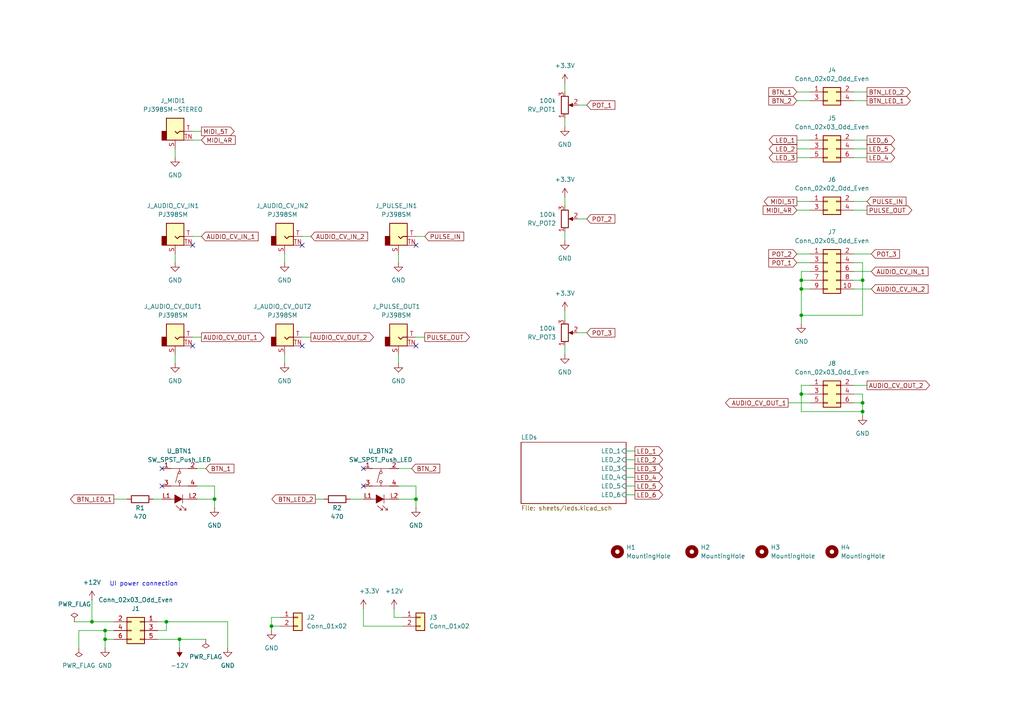
<source format=kicad_sch>
(kicad_sch (version 20250114) (generator "eeschema") (generator_version "9.0")
  (paper "A4")
  (title_block (title "Hog Moduleur Sidechain Mixer UI") (date "2025-07-06") (rev "v0.1") (company "Shmøergh"))
  (lib_symbols
    (symbol "Connector_Generic:Conn_01x02" (pin_names (offset 1.016) (hide yes))
      (property "Reference" "J" (at 0 2.54 0))
      (property "Value" "Conn_01x02" (at 0 -5.08 0))
      (symbol "Conn_01x02_1_1"
        (rectangle (start -1.27 1.27) (end 1.27 -3.81) (stroke (width 0.254)) (fill (type background)))
        (rectangle (start -1.27 0.127) (end 0 -0.127) (stroke (width 0.1524)))
        (rectangle (start -1.27 -2.413) (end 0 -2.667) (stroke (width 0.1524)))
        (pin passive line (at -5.08 0 0) (length 3.81) (name "Pin_1") (number "1"))
        (pin passive line (at -5.08 -2.54 0) (length 3.81) (name "Pin_2") (number "2"))
      )
    )
    (symbol "Connector_Generic:Conn_02x02_Odd_Even" (pin_names (offset 1.016) (hide yes))
      (property "Reference" "J" (at 1.27 2.54 0))
      (property "Value" "Conn_02x02_Odd_Even" (at 1.27 -5.08 0))
      (symbol "Conn_02x02_Odd_Even_1_1"
        (rectangle (start -1.27 1.27) (end 3.81 -3.81) (stroke (width 0.254)) (fill (type background)))
        (rectangle (start -1.27 0.127) (end 0 -0.127) (stroke (width 0.1524)))
        (rectangle (start -1.27 -2.413) (end 0 -2.667) (stroke (width 0.1524)))
        (rectangle (start 3.81 0.127) (end 2.54 -0.127) (stroke (width 0.1524)))
        (rectangle (start 3.81 -2.413) (end 2.54 -2.667) (stroke (width 0.1524)))
        (pin passive line (at -5.08 0 0) (length 3.81) (name "Pin_1") (number "1"))
        (pin passive line (at -5.08 -2.54 0) (length 3.81) (name "Pin_3") (number "3"))
        (pin passive line (at 7.62 0 180) (length 3.81) (name "Pin_2") (number "2"))
        (pin passive line (at 7.62 -2.54 180) (length 3.81) (name "Pin_4") (number "4"))
      )
    )
    (symbol "Connector_Generic:Conn_02x03_Odd_Even" (pin_names (offset 1.016) (hide yes))
      (property "Reference" "J" (at 1.27 5.08 0))
      (property "Value" "Conn_02x03_Odd_Even" (at 1.27 -5.08 0))
      (symbol "Conn_02x03_Odd_Even_1_1"
        (rectangle (start -1.27 3.81) (end 3.81 -3.81) (stroke (width 0.254)) (fill (type background)))
        (rectangle (start -1.27 2.667) (end 0 2.413) (stroke (width 0.1524)))
        (rectangle (start -1.27 0.127) (end 0 -0.127) (stroke (width 0.1524)))
        (rectangle (start -1.27 -2.413) (end 0 -2.667) (stroke (width 0.1524)))
        (rectangle (start 3.81 2.667) (end 2.54 2.413) (stroke (width 0.1524)))
        (rectangle (start 3.81 0.127) (end 2.54 -0.127) (stroke (width 0.1524)))
        (rectangle (start 3.81 -2.413) (end 2.54 -2.667) (stroke (width 0.1524)))
        (pin passive line (at -5.08 2.54 0) (length 3.81) (name "Pin_1") (number "1"))
        (pin passive line (at -5.08 0 0) (length 3.81) (name "Pin_3") (number "3"))
        (pin passive line (at -5.08 -2.54 0) (length 3.81) (name "Pin_5") (number "5"))
        (pin passive line (at 7.62 2.54 180) (length 3.81) (name "Pin_2") (number "2"))
        (pin passive line (at 7.62 0 180) (length 3.81) (name "Pin_4") (number "4"))
        (pin passive line (at 7.62 -2.54 180) (length 3.81) (name "Pin_6") (number "6"))
      )
    )
    (symbol "Connector_Generic:Conn_02x05_Odd_Even" (pin_names (offset 1.016) (hide yes))
      (property "Reference" "J" (at 1.27 7.62 0))
      (property "Value" "Conn_02x05_Odd_Even" (at 1.27 -7.62 0))
      (symbol "Conn_02x05_Odd_Even_1_1"
        (rectangle (start -1.27 6.35) (end 3.81 -6.35) (stroke (width 0.254)) (fill (type background)))
        (rectangle (start -1.27 5.207) (end 0 4.953) (stroke (width 0.1524)))
        (rectangle (start -1.27 2.667) (end 0 2.413) (stroke (width 0.1524)))
        (rectangle (start -1.27 0.127) (end 0 -0.127) (stroke (width 0.1524)))
        (rectangle (start -1.27 -2.413) (end 0 -2.667) (stroke (width 0.1524)))
        (rectangle (start -1.27 -4.953) (end 0 -5.207) (stroke (width 0.1524)))
        (rectangle (start 3.81 5.207) (end 2.54 4.953) (stroke (width 0.1524)))
        (rectangle (start 3.81 2.667) (end 2.54 2.413) (stroke (width 0.1524)))
        (rectangle (start 3.81 0.127) (end 2.54 -0.127) (stroke (width 0.1524)))
        (rectangle (start 3.81 -2.413) (end 2.54 -2.667) (stroke (width 0.1524)))
        (rectangle (start 3.81 -4.953) (end 2.54 -5.207) (stroke (width 0.1524)))
        (pin passive line (at -5.08 5.08 0) (length 3.81) (name "Pin_1") (number "1"))
        (pin passive line (at -5.08 2.54 0) (length 3.81) (name "Pin_3") (number "3"))
        (pin passive line (at -5.08 0 0) (length 3.81) (name "Pin_5") (number "5"))
        (pin passive line (at -5.08 -2.54 0) (length 3.81) (name "Pin_7") (number "7"))
        (pin passive line (at -5.08 -5.08 0) (length 3.81) (name "Pin_9") (number "9"))
        (pin passive line (at 7.62 5.08 180) (length 3.81) (name "Pin_2") (number "2"))
        (pin passive line (at 7.62 2.54 180) (length 3.81) (name "Pin_4") (number "4"))
        (pin passive line (at 7.62 0 180) (length 3.81) (name "Pin_6") (number "6"))
        (pin passive line (at 7.62 -2.54 180) (length 3.81) (name "Pin_8") (number "8"))
        (pin passive line (at 7.62 -5.08 180) (length 3.81) (name "Pin_10") (number "10"))
      )
    )
    (symbol "Device:R" (pin_numbers (hide yes)) (pin_names (offset 0))
      (property "Reference" "R" (at 2.032 0 90))
      (property "Value" "R" (at 0 0 90))
      (symbol "R_0_1"
        (rectangle (start -1.016 -2.54) (end 1.016 2.54) (stroke (width 0.254)))
      )
      (symbol "R_1_1"
        (pin passive line (at 0 3.81 270) (length 1.27) (name "~") (number "1"))
        (pin passive line (at 0 -3.81 90) (length 1.27) (name "~") (number "2"))
      )
    )
    (symbol "Device:R_Potentiometer" (pin_names (offset 1.016) (hide yes))
      (property "Reference" "RV" (at -4.445 0 90))
      (property "Value" "R_Potentiometer" (at -2.54 0 90))
      (symbol "R_Potentiometer_0_1"
        (rectangle (start 1.016 2.54) (end -1.016 -2.54) (stroke (width 0.254)))
        (polyline (pts (xy 1.143 0) (xy 2.286 0.508) (xy 2.286 -0.508) (xy 1.143 0)) (fill (type outline)))
        (polyline (pts (xy 2.54 0) (xy 1.524 0)))
      )
      (symbol "R_Potentiometer_1_1"
        (pin passive line (at 0 3.81 270) (length 1.27) (name "1") (number "1"))
        (pin passive line (at 0 -3.81 90) (length 1.27) (name "3") (number "3"))
        (pin passive line (at 3.81 0 180) (length 1.27) (name "2") (number "2"))
      )
    )
    (symbol "Mechanical:MountingHole" (pin_names (offset 1.016)) (in_bom no)
      (property "Reference" "H" (at 0 5.08 0))
      (property "Value" "MountingHole" (at 0 3.175 0))
      (symbol "MountingHole_0_1"
        (circle (center 0 0) (radius 1.27) (stroke (width 1.27)))
      )
    )
    (symbol "Shmoergh-Custom-Components:AudioJack2_Thonkiconn_S"
      (property "Reference" "J" (at 0 8.89 0))
      (property "Value" "AudioJack2_Thonkiconn" (at 0 6.35 0))
      (symbol "AudioJack2_Thonkiconn_S_0_1"
        (rectangle (start -2.54 -2.54) (end -3.81 0) (stroke (width 0.254)) (fill (type outline)))
        (polyline (pts (xy 0 0) (xy 0.635 -0.635) (xy 1.27 0) (xy 2.54 0)) (stroke (width 0.254)))
        (rectangle (start 2.54 3.81) (end -2.54 -2.54) (stroke (width 0.254)) (fill (type background)))
      )
      (symbol "AudioJack2_Thonkiconn_S_1_1"
        (pin passive line (at 0 -5.08 90) (length 2.54) (name "~") (number "S"))
        (pin bidirectional line (at 5.08 0 180) (length 2.54) (name "~") (number "T"))
        (pin passive line (at 5.08 -2.54 180) (length 2.54) (name "~") (number "TN"))
      )
    )
    (symbol "Shmoergh-Custom-Components:SW_SPST_Push_LED" (pin_names (offset 1.016))
      (property "Reference" "U" (at 0 6.35 0))
      (property "Value" "SW_SPST_Push_LED" (at 0.381 8.89 0))
      (symbol "SW_SPST_Push_LED_0_1"
        (rectangle (start -2.54 2.54) (end 2.54 2.54))
        (rectangle (start -2.54 -2.54) (end 2.54 -2.54))
        (polyline (pts (xy -1.397 -7.493) (xy -1.397 -5.08) (xy 0.762 -6.35) (xy -1.397 -7.493)) (fill (type outline)))
        (polyline (pts (xy -1.016 -8.255) (xy 0.508 -9.525) (xy -0.127 -9.525)))
        (polyline (pts (xy -0.381 1.397) (xy -1.143 -1.524)))
        (rectangle (start 0 2.54) (end 0 1.778))
        (circle (center 0 1.397) (radius 0.3556))
        (circle (center 0 -1.27) (radius 0.3556))
        (rectangle (start 0 -2.54) (end 0 -1.651))
        (polyline (pts (xy 0.508 -8.255) (xy 1.905 -9.525) (xy 1.27 -9.525)))
        (polyline (pts (xy 0.508 -9.525) (xy 0.381 -8.89)))
        (polyline (pts (xy 0.889 -5.08) (xy 0.889 -7.493)))
        (polyline (pts (xy 1.905 -9.525) (xy 1.778 -8.89)))
        (polyline (pts (xy 2.54 -6.35) (xy 0.889 -6.35) (xy -2.667 -6.35)))
      )
      (symbol "SW_SPST_Push_LED_1_1"
        (pin input line (at -5.08 2.54 0) (length 2.54) (name "~") (number "1"))
        (pin input line (at -5.08 -2.54 0) (length 2.54) (name "~") (number "3"))
        (pin input line (at -5.08 -6.35 0) (length 2.54) (name "~") (number "L1"))
        (pin input line (at 5.08 2.54 180) (length 2.54) (name "~") (number "2"))
        (pin input line (at 5.08 -2.54 180) (length 2.54) (name "~") (number "4"))
        (pin input line (at 5.08 -6.35 180) (length 2.54) (name "~") (number "L2"))
      )
    )
    (symbol "power:+12V" (power) (pin_numbers (hide yes)) (pin_names (offset 0) (hide yes))
      (property "Value" "+12V" (at 0 3.556 0))
      (symbol "+12V_0_1"
        (polyline (pts (xy -0.762 1.27) (xy 0 2.54)))
        (polyline (pts (xy 0 2.54) (xy 0.762 1.27)))
        (polyline (pts (xy 0 0) (xy 0 2.54)))
      )
      (symbol "+12V_1_1"
        (pin power_in line (at 0 0 90) (length 0) (name "~") (number "1"))
      )
    )
    (symbol "power:+3.3V" (power) (pin_numbers (hide yes)) (pin_names (offset 0) (hide yes))
      (property "Value" "+3.3V" (at 0 3.556 0))
      (symbol "+3.3V_0_1"
        (polyline (pts (xy -0.762 1.27) (xy 0 2.54)))
        (polyline (pts (xy 0 2.54) (xy 0.762 1.27)))
        (polyline (pts (xy 0 0) (xy 0 2.54)))
      )
      (symbol "+3.3V_1_1"
        (pin power_in line (at 0 0 90) (length 0) (name "~") (number "1"))
      )
    )
    (symbol "power:-12V" (power) (pin_numbers (hide yes)) (pin_names (offset 0) (hide yes))
      (property "Value" "-12V" (at 0 3.556 0))
      (symbol "-12V_0_0"
        (pin power_in line (at 0 0 90) (length 0) (name "~") (number "1"))
      )
      (symbol "-12V_0_1"
        (polyline (pts (xy 0 0) (xy 0 1.27) (xy 0.762 1.27) (xy 0 2.54) (xy -0.762 1.27) (xy 0 1.27)) (fill (type outline)))
      )
    )
    (symbol "power:GND" (power) (pin_numbers (hide yes)) (pin_names (offset 0) (hide yes))
      (property "Value" "GND" (at 0 -3.81 0))
      (symbol "GND_0_1"
        (polyline (pts (xy 0 0) (xy 0 -1.27) (xy 1.27 -1.27) (xy 0 -2.54) (xy -1.27 -1.27) (xy 0 -1.27)))
      )
      (symbol "GND_1_1"
        (pin power_in line (at 0 0 270) (length 0) (name "~") (number "1"))
      )
    )
    (symbol "power:PWR_FLAG" (power) (pin_numbers (hide yes)) (pin_names (offset 0) (hide yes))
      (property "Value" "PWR_FLAG" (at 0 3.81 0))
      (symbol "PWR_FLAG_0_0"
        (pin power_out line (at 0 0 90) (length 0) (name "~") (number "1"))
      )
      (symbol "PWR_FLAG_0_1"
        (polyline (pts (xy 0 0) (xy 0 1.27) (xy -1.016 1.905) (xy 0 2.54) (xy 1.016 1.905) (xy 0 1.27)))
      )
    )
  )
  (text "UI power connection" (at 31.75 170.18 0) (effects (font (size 1.27 1.27)) (justify left bottom)))
  (junction (at 250.19 81.28))
  (junction (at 250.19 119.38))
  (junction (at 232.41 81.28))
  (junction (at 78.74 181.61))
  (junction (at 250.19 116.84))
  (junction (at 30.48 182.88))
  (junction (at 232.41 114.3))
  (junction (at 52.07 185.42))
  (junction (at 48.26 180.34))
  (junction (at 120.65 144.78))
  (junction (at 26.67 180.34))
  (junction (at 62.23 144.78))
  (junction (at 30.48 185.42))
  (junction (at 232.41 91.44))
  (junction (at 232.41 83.82))
  (no_connect (at 87.63 100.33))
  (no_connect (at 46.99 140.97))
  (no_connect (at 105.41 140.97))
  (no_connect (at 120.65 71.12))
  (no_connect (at 55.88 100.33))
  (no_connect (at 105.41 135.89))
  (no_connect (at 46.99 135.89))
  (no_connect (at 120.65 100.33))
  (no_connect (at 55.88 71.12))
  (no_connect (at 87.63 71.12))
  (wire (pts (xy 247.65 73.66) (xy 252.73 73.66)))
  (wire (pts (xy 250.19 91.44) (xy 232.41 91.44)))
  (wire (pts (xy 90.17 68.58) (xy 87.63 68.58)))
  (wire (pts (xy 181.61 143.51) (xy 184.15 143.51)))
  (wire (pts (xy 163.83 34.29) (xy 163.83 36.83)))
  (wire (pts (xy 232.41 78.74) (xy 234.95 78.74)))
  (wire (pts (xy 251.46 111.76) (xy 247.65 111.76)))
  (wire (pts (xy 115.57 140.97) (xy 120.65 140.97)))
  (wire (pts (xy 52.07 187.96) (xy 52.07 185.42)))
  (wire (pts (xy 184.15 133.35) (xy 181.61 133.35)))
  (wire (pts (xy 247.65 81.28) (xy 250.19 81.28)))
  (wire (pts (xy 59.69 185.42) (xy 52.07 185.42)))
  (wire (pts (xy 250.19 114.3) (xy 250.19 116.84)))
  (wire (pts (xy 123.19 68.58) (xy 120.65 68.58)))
  (wire (pts (xy 184.15 135.89) (xy 181.61 135.89)))
  (wire (pts (xy 45.72 185.42) (xy 52.07 185.42)))
  (wire (pts (xy 234.95 81.28) (xy 232.41 81.28)))
  (wire (pts (xy 247.65 78.74) (xy 252.73 78.74)))
  (wire (pts (xy 251.46 29.21) (xy 247.65 29.21)))
  (wire (pts (xy 58.42 38.1) (xy 55.88 38.1)))
  (wire (pts (xy 170.18 30.48) (xy 167.64 30.48)))
  (wire (pts (xy 78.74 181.61) (xy 81.28 181.61)))
  (wire (pts (xy 115.57 144.78) (xy 120.65 144.78)))
  (wire (pts (xy 163.83 67.31) (xy 163.83 69.85)))
  (wire (pts (xy 252.73 83.82) (xy 247.65 83.82)))
  (wire (pts (xy 251.46 26.67) (xy 247.65 26.67)))
  (wire (pts (xy 114.3 176.53) (xy 114.3 179.07)))
  (wire (pts (xy 26.67 180.34) (xy 33.02 180.34)))
  (wire (pts (xy 232.41 93.98) (xy 232.41 91.44)))
  (wire (pts (xy 33.02 144.78) (xy 36.83 144.78)))
  (wire (pts (xy 250.19 76.2) (xy 250.19 81.28)))
  (wire (pts (xy 181.61 138.43) (xy 184.15 138.43)))
  (wire (pts (xy 232.41 119.38) (xy 250.19 119.38)))
  (wire (pts (xy 247.65 116.84) (xy 250.19 116.84)))
  (wire (pts (xy 163.83 24.13) (xy 163.83 26.67)))
  (wire (pts (xy 247.65 114.3) (xy 250.19 114.3)))
  (wire (pts (xy 250.19 119.38) (xy 250.19 120.65)))
  (wire (pts (xy 231.14 26.67) (xy 234.95 26.67)))
  (wire (pts (xy 170.18 96.52) (xy 167.64 96.52)))
  (wire (pts (xy 105.41 181.61) (xy 105.41 176.53)))
  (wire (pts (xy 251.46 58.42) (xy 247.65 58.42)))
  (wire (pts (xy 163.83 100.33) (xy 163.83 102.87)))
  (wire (pts (xy 116.84 181.61) (xy 105.41 181.61)))
  (wire (pts (xy 120.65 144.78) (xy 120.65 147.32)))
  (wire (pts (xy 251.46 40.64) (xy 247.65 40.64)))
  (wire (pts (xy 251.46 45.72) (xy 247.65 45.72)))
  (wire (pts (xy 81.28 179.07) (xy 78.74 179.07)))
  (wire (pts (xy 59.69 135.89) (xy 57.15 135.89)))
  (wire (pts (xy 232.41 111.76) (xy 232.41 114.3)))
  (wire (pts (xy 58.42 40.64) (xy 55.88 40.64)))
  (wire (pts (xy 101.6 144.78) (xy 105.41 144.78)))
  (wire (pts (xy 119.38 135.89) (xy 115.57 135.89)))
  (wire (pts (xy 120.65 140.97) (xy 120.65 144.78)))
  (wire (pts (xy 82.55 102.87) (xy 82.55 105.41)))
  (wire (pts (xy 114.3 179.07) (xy 116.84 179.07)))
  (wire (pts (xy 234.95 111.76) (xy 232.41 111.76)))
  (wire (pts (xy 163.83 57.15) (xy 163.83 59.69)))
  (wire (pts (xy 232.41 81.28) (xy 232.41 83.82)))
  (wire (pts (xy 232.41 114.3) (xy 232.41 119.38)))
  (wire (pts (xy 170.18 63.5) (xy 167.64 63.5)))
  (wire (pts (xy 78.74 179.07) (xy 78.74 181.61)))
  (wire (pts (xy 26.67 173.99) (xy 26.67 180.34)))
  (wire (pts (xy 62.23 140.97) (xy 62.23 144.78)))
  (wire (pts (xy 231.14 76.2) (xy 234.95 76.2)))
  (wire (pts (xy 48.26 180.34) (xy 45.72 180.34)))
  (wire (pts (xy 50.8 73.66) (xy 50.8 76.2)))
  (wire (pts (xy 21.59 180.34) (xy 26.67 180.34)))
  (wire (pts (xy 232.41 83.82) (xy 232.41 91.44)))
  (wire (pts (xy 115.57 73.66) (xy 115.57 76.2)))
  (wire (pts (xy 22.86 182.88) (xy 30.48 182.88)))
  (wire (pts (xy 66.04 187.96) (xy 66.04 180.34)))
  (wire (pts (xy 48.26 182.88) (xy 48.26 180.34)))
  (wire (pts (xy 231.14 43.18) (xy 234.95 43.18)))
  (wire (pts (xy 251.46 43.18) (xy 247.65 43.18)))
  (wire (pts (xy 33.02 185.42) (xy 30.48 185.42)))
  (wire (pts (xy 50.8 102.87) (xy 50.8 105.41)))
  (wire (pts (xy 231.14 29.21) (xy 234.95 29.21)))
  (wire (pts (xy 232.41 114.3) (xy 234.95 114.3)))
  (wire (pts (xy 247.65 76.2) (xy 250.19 76.2)))
  (wire (pts (xy 44.45 144.78) (xy 46.99 144.78)))
  (wire (pts (xy 50.8 43.18) (xy 50.8 45.72)))
  (wire (pts (xy 231.14 60.96) (xy 234.95 60.96)))
  (wire (pts (xy 231.14 40.64) (xy 234.95 40.64)))
  (wire (pts (xy 57.15 140.97) (xy 62.23 140.97)))
  (wire (pts (xy 90.17 97.79) (xy 87.63 97.79)))
  (wire (pts (xy 123.19 97.79) (xy 120.65 97.79)))
  (wire (pts (xy 66.04 180.34) (xy 48.26 180.34)))
  (wire (pts (xy 250.19 116.84) (xy 250.19 119.38)))
  (wire (pts (xy 184.15 130.81) (xy 181.61 130.81)))
  (wire (pts (xy 231.14 45.72) (xy 234.95 45.72)))
  (wire (pts (xy 30.48 182.88) (xy 33.02 182.88)))
  (wire (pts (xy 250.19 81.28) (xy 250.19 91.44)))
  (wire (pts (xy 232.41 78.74) (xy 232.41 81.28)))
  (wire (pts (xy 228.6 116.84) (xy 234.95 116.84)))
  (wire (pts (xy 163.83 90.17) (xy 163.83 92.71)))
  (wire (pts (xy 181.61 140.97) (xy 184.15 140.97)))
  (wire (pts (xy 30.48 185.42) (xy 30.48 182.88)))
  (wire (pts (xy 58.42 68.58) (xy 55.88 68.58)))
  (wire (pts (xy 22.86 187.96) (xy 22.86 182.88)))
  (wire (pts (xy 115.57 102.87) (xy 115.57 105.41)))
  (wire (pts (xy 251.46 60.96) (xy 247.65 60.96)))
  (wire (pts (xy 78.74 181.61) (xy 78.74 182.88)))
  (wire (pts (xy 30.48 187.96) (xy 30.48 185.42)))
  (wire (pts (xy 231.14 73.66) (xy 234.95 73.66)))
  (wire (pts (xy 91.44 144.78) (xy 93.98 144.78)))
  (wire (pts (xy 45.72 182.88) (xy 48.26 182.88)))
  (wire (pts (xy 231.14 58.42) (xy 234.95 58.42)))
  (wire (pts (xy 82.55 73.66) (xy 82.55 76.2)))
  (wire (pts (xy 232.41 83.82) (xy 234.95 83.82)))
  (wire (pts (xy 62.23 144.78) (xy 62.23 147.32)))
  (wire (pts (xy 58.42 97.79) (xy 55.88 97.79)))
  (wire (pts (xy 57.15 144.78) (xy 62.23 144.78)))
  (global_label "AUDIO_CV_IN_1" (shape input) (at 252.73 78.74 0) (property "Intersheetrefs" "${INTERSHEET_REFS}" (effects (hide yes))))
  (global_label "POT_2" (shape input) (at 170.18 63.5 0) (property "Intersheetrefs" "${INTERSHEET_REFS}" (effects (hide yes))))
  (global_label "PULSE_OUT" (shape output) (at 123.19 97.79 0) (property "Intersheetrefs" "${INTERSHEET_REFS}" (effects (hide yes))))
  (global_label "POT_3" (shape input) (at 170.18 96.52 0) (property "Intersheetrefs" "${INTERSHEET_REFS}" (effects (hide yes))))
  (global_label "LED_5" (shape output) (at 251.46 43.18 0) (property "Intersheetrefs" "${INTERSHEET_REFS}" (effects (hide yes))))
  (global_label "AUDIO_CV_OUT_1" (shape output) (at 228.6 116.84 180) (property "Intersheetrefs" "${INTERSHEET_REFS}" (effects (hide yes))))
  (global_label "LED_3" (shape output) (at 184.15 135.89 0) (property "Intersheetrefs" "${INTERSHEET_REFS}" (effects (hide yes))))
  (global_label "POT_1" (shape input) (at 231.14 76.2 180) (property "Intersheetrefs" "${INTERSHEET_REFS}" (effects (hide yes))))
  (global_label "AUDIO_CV_OUT_1" (shape output) (at 58.42 97.79 0) (property "Intersheetrefs" "${INTERSHEET_REFS}" (effects (hide yes))))
  (global_label "LED_3" (shape output) (at 231.14 45.72 180) (property "Intersheetrefs" "${INTERSHEET_REFS}" (effects (hide yes))))
  (global_label "POT_3" (shape input) (at 252.73 73.66 0) (property "Intersheetrefs" "${INTERSHEET_REFS}" (effects (hide yes))))
  (global_label "AUDIO_CV_IN_2" (shape input) (at 252.73 83.82 0) (property "Intersheetrefs" "${INTERSHEET_REFS}" (effects (hide yes))))
  (global_label "PULSE_IN" (shape input) (at 251.46 58.42 0) (property "Intersheetrefs" "${INTERSHEET_REFS}" (effects (hide yes))))
  (global_label "BTN_1" (shape input) (at 231.14 26.67 180) (property "Intersheetrefs" "${INTERSHEET_REFS}" (effects (hide yes))))
  (global_label "MIDI_5T" (shape output) (at 58.42 38.1 0) (property "Intersheetrefs" "${INTERSHEET_REFS}" (effects (hide yes))))
  (global_label "PULSE_IN" (shape input) (at 123.19 68.58 0) (property "Intersheetrefs" "${INTERSHEET_REFS}" (effects (hide yes))))
  (global_label "AUDIO_CV_IN_1" (shape input) (at 58.42 68.58 0) (property "Intersheetrefs" "${INTERSHEET_REFS}" (effects (hide yes))))
  (global_label "MIDI_4R" (shape input) (at 58.42 40.64 0) (property "Intersheetrefs" "${INTERSHEET_REFS}" (effects (hide yes))))
  (global_label "LED_6" (shape output) (at 251.46 40.64 0) (property "Intersheetrefs" "${INTERSHEET_REFS}" (effects (hide yes))))
  (global_label "BTN_LED_1" (shape output) (at 251.46 29.21 0) (property "Intersheetrefs" "${INTERSHEET_REFS}" (effects (hide yes))))
  (global_label "LED_2" (shape output) (at 184.15 133.35 0) (property "Intersheetrefs" "${INTERSHEET_REFS}" (effects (hide yes))))
  (global_label "LED_5" (shape output) (at 184.15 140.97 0) (property "Intersheetrefs" "${INTERSHEET_REFS}" (effects (hide yes))))
  (global_label "POT_2" (shape input) (at 231.14 73.66 180) (property "Intersheetrefs" "${INTERSHEET_REFS}" (effects (hide yes))))
  (global_label "BTN_1" (shape input) (at 59.69 135.89 0) (property "Intersheetrefs" "${INTERSHEET_REFS}" (effects (hide yes))))
  (global_label "PULSE_OUT" (shape output) (at 251.46 60.96 0) (property "Intersheetrefs" "${INTERSHEET_REFS}" (effects (hide yes))))
  (global_label "AUDIO_CV_OUT_2" (shape output) (at 251.46 111.76 0) (property "Intersheetrefs" "${INTERSHEET_REFS}" (effects (hide yes))))
  (global_label "AUDIO_CV_IN_2" (shape input) (at 90.17 68.58 0) (property "Intersheetrefs" "${INTERSHEET_REFS}" (effects (hide yes))))
  (global_label "LED_1" (shape output) (at 231.14 40.64 180) (property "Intersheetrefs" "${INTERSHEET_REFS}" (effects (hide yes))))
  (global_label "LED_4" (shape output) (at 251.46 45.72 0) (property "Intersheetrefs" "${INTERSHEET_REFS}" (effects (hide yes))))
  (global_label "BTN_2" (shape input) (at 231.14 29.21 180) (property "Intersheetrefs" "${INTERSHEET_REFS}" (effects (hide yes))))
  (global_label "AUDIO_CV_OUT_2" (shape output) (at 90.17 97.79 0) (property "Intersheetrefs" "${INTERSHEET_REFS}" (effects (hide yes))))
  (global_label "POT_1" (shape input) (at 170.18 30.48 0) (property "Intersheetrefs" "${INTERSHEET_REFS}" (effects (hide yes))))
  (global_label "MIDI_5T" (shape output) (at 231.14 58.42 180) (property "Intersheetrefs" "${INTERSHEET_REFS}" (effects (hide yes))))
  (global_label "BTN_LED_2" (shape output) (at 251.46 26.67 0) (property "Intersheetrefs" "${INTERSHEET_REFS}" (effects (hide yes))))
  (global_label "BTN_LED_1" (shape output) (at 33.02 144.78 180) (property "Intersheetrefs" "${INTERSHEET_REFS}" (effects (hide yes))))
  (global_label "LED_2" (shape output) (at 231.14 43.18 180) (property "Intersheetrefs" "${INTERSHEET_REFS}" (effects (hide yes))))
  (global_label "BTN_LED_2" (shape output) (at 91.44 144.78 180) (property "Intersheetrefs" "${INTERSHEET_REFS}" (effects (hide yes))))
  (global_label "LED_4" (shape output) (at 184.15 138.43 0) (property "Intersheetrefs" "${INTERSHEET_REFS}" (effects (hide yes))))
  (global_label "LED_6" (shape output) (at 184.15 143.51 0) (property "Intersheetrefs" "${INTERSHEET_REFS}" (effects (hide yes))))
  (global_label "BTN_2" (shape input) (at 119.38 135.89 0) (property "Intersheetrefs" "${INTERSHEET_REFS}" (effects (hide yes))))
  (global_label "LED_1" (shape output) (at 184.15 130.81 0) (property "Intersheetrefs" "${INTERSHEET_REFS}" (effects (hide yes))))
  (global_label "MIDI_4R" (shape input) (at 231.14 60.96 180) (property "Intersheetrefs" "${INTERSHEET_REFS}" (effects (hide yes))))
  (symbol (lib_id "power:GND") (at 250.19 120.65 0) (unit 1)
    (property "Reference" "#PWR038" (effects (hide yes)))
    (property "Value" "GND" (at 250.19 125.73 0))
    (property "Description" "Power symbol creates a global label with name \"GND\" , ground" (effects (hide yes)))
  )
  (symbol (lib_id "power:+12V") (at 26.67 173.99 0) (unit 1)
    (property "Reference" "#PWR01" (effects (hide yes)))
    (property "Value" "+12V" (at 26.67 168.91 0))
    (property "Description" "Power symbol creates a global label with name \"+12V\"" (effects (hide yes)))
  )
  (symbol (lib_id "Connector_Generic:Conn_02x02_Odd_Even") (at 240.03 26.67 0) (unit 1)
    (property "Reference" "J4" (at 241.3 20.32 0))
    (property "Value" "Conn_02x02_Odd_Even" (at 241.3 22.86 0))
    (property "Footprint" "Connector_PinSocket_2.54mm:PinSocket_2x02_P2.54mm_Vertical" (effects (hide yes)))
    (property "Description" "Generic connector, double row, 02x02, odd/even pin numbering scheme (row 1 odd numbers, row 2 even numbers), script generated (kicad-library-utils/schlib/autogen/connector/)" (effects (hide yes)))
  )
  (symbol (lib_id "power:+3.3V") (at 163.83 57.15 0) (unit 1)
    (property "Reference" "#PWR018" (effects (hide yes)))
    (property "Value" "+3.3V" (at 163.83 52.07 0))
    (property "Description" "Power symbol creates a global label with name \"+3.3V\"" (effects (hide yes)))
  )
  (symbol (lib_id "Device:R_Potentiometer") (at 163.83 96.52 0) (mirror x) (unit 1)
    (property "Reference" "RV_POT3" (at 161.29 97.7901 0) (effects (justify right)))
    (property "Value" "100k" (at 161.29 95.2501 0) (effects (justify right)))
    (property "Footprint" "Shmoergh_Custom_Footprints:Potentiometer_Bourns_Single-PTV09A" (effects (hide yes)))
    (property "Description" "Potentiometer" (effects (hide yes)))
    (property "Part URL" "https://mou.sr/4694GMU" (effects (hide yes)))
    (property "Vendor" "Mouser" (effects (hide yes)))
    (property "Part no." "652-PTV09A4025FB104" (effects (hide yes)))
  )
  (symbol (lib_id "power:GND") (at 163.83 102.87 0) (unit 1)
    (property "Reference" "#PWR021" (effects (hide yes)))
    (property "Value" "GND" (at 163.83 107.95 0))
    (property "Description" "Power symbol creates a global label with name \"GND\" , ground" (effects (hide yes)))
  )
  (symbol (lib_id "Shmoergh-Custom-Components:SW_SPST_Push_LED") (at 110.49 138.43 0) (unit 1)
    (property "Reference" "U_BTN2" (at 110.4265 130.81 0))
    (property "Value" "SW_SPST_Push_LED" (at 110.4265 133.35 0))
    (property "Footprint" "Shmoergh_Custom_Footprints:SPST_Circular_Pushbutton_LED" (effects (hide yes)))
  )
  (symbol (lib_id "Shmoergh-Custom-Components:AudioJack2_Thonkiconn_S") (at 50.8 68.58 0) (unit 1)
    (property "Reference" "J_AUDIO_CV_IN1" (at 50.165 59.69 0))
    (property "Value" "PJ398SM" (at 50.165 62.23 0))
    (property "Footprint" "Shmoergh_Custom_Footprints:Jack_3.5mm_QingPu_WQP-PJ398SM_Vertical_CircularHoles" (effects (hide yes)))
    (property "Description" "Audio Jack, 2 Poles (Mono / TS), Grounded Sleeve" (effects (hide yes)))
    (property "Part URL" "https://www.thonk.co.uk/shop/thonkiconn/" (effects (hide yes)))
    (property "Vendor" "Thonk" (effects (hide yes)))
    (property "Part no." "PJ398SM" (effects (hide yes)))
  )
  (symbol (lib_id "Shmoergh-Custom-Components:AudioJack2_Thonkiconn_S") (at 115.57 97.79 0) (unit 1)
    (property "Reference" "J_PULSE_OUT1" (at 114.935 88.9 0))
    (property "Value" "PJ398SM" (at 114.935 91.44 0))
    (property "Footprint" "Shmoergh_Custom_Footprints:Jack_3.5mm_QingPu_WQP-PJ398SM_Vertical_CircularHoles" (effects (hide yes)))
    (property "Description" "Audio Jack, 2 Poles (Mono / TS), Grounded Sleeve" (effects (hide yes)))
    (property "Part URL" "https://www.thonk.co.uk/shop/thonkiconn/" (effects (hide yes)))
    (property "Vendor" "Thonk" (effects (hide yes)))
    (property "Part no." "PJ398SM" (effects (hide yes)))
  )
  (symbol (lib_id "power:+12V") (at 114.3 176.53 0) (unit 1)
    (property "Reference" "#PWR037" (effects (hide yes)))
    (property "Value" "+12V" (at 114.3 171.45 0))
    (property "Description" "Power symbol creates a global label with name \"+12V\"" (effects (hide yes)))
  )
  (symbol (lib_id "power:-12V") (at 52.07 187.96 180) (unit 1)
    (property "Reference" "#PWR06" (effects (hide yes)))
    (property "Value" "-12V" (at 52.07 193.04 0))
    (property "Description" "Power symbol creates a global label with name \"-12V\"" (effects (hide yes)))
  )
  (symbol (lib_id "Connector_Generic:Conn_02x03_Odd_Even") (at 40.64 182.88 0) (mirror y) (unit 1)
    (property "Reference" "J1" (at 39.37 176.53 0))
    (property "Value" "Conn_02x03_Odd_Even" (at 39.37 173.99 0))
    (property "Footprint" "Connector_PinSocket_2.54mm:PinSocket_2x03_P2.54mm_Vertical" (effects (hide yes)))
    (property "Description" "Generic connector, double row, 02x03, odd/even pin numbering scheme (row 1 odd numbers, row 2 even numbers), script generated (kicad-library-utils/schlib/autogen/connector/)" (effects (hide yes)))
    (property "Part URL" "https://mou.sr/3GIDVEr" (effects (hide yes)))
    (property "Vendor" "Mouser" (effects (hide yes)))
    (property "Part no." "200-SSW10301TD" (effects (hide yes)))
  )
  (symbol (lib_id "power:GND") (at 50.8 105.41 0) (unit 1)
    (property "Reference" "#PWR05" (effects (hide yes)))
    (property "Value" "GND" (at 50.8 110.49 0))
    (property "Description" "Power symbol creates a global label with name \"GND\" , ground" (effects (hide yes)))
  )
  (symbol (lib_id "Shmoergh-Custom-Components:AudioJack2_Thonkiconn_S") (at 50.8 97.79 0) (unit 1)
    (property "Reference" "J_AUDIO_CV_OUT1" (at 50.165 88.9 0))
    (property "Value" "PJ398SM" (at 50.165 91.44 0))
    (property "Footprint" "Shmoergh_Custom_Footprints:Jack_3.5mm_QingPu_WQP-PJ398SM_Vertical_CircularHoles" (effects (hide yes)))
    (property "Description" "Audio Jack, 2 Poles (Mono / TS), Grounded Sleeve" (effects (hide yes)))
    (property "Part URL" "https://www.thonk.co.uk/shop/thonkiconn/" (effects (hide yes)))
    (property "Vendor" "Thonk" (effects (hide yes)))
    (property "Part no." "PJ398SM" (effects (hide yes)))
  )
  (symbol (lib_id "power:GND") (at 50.8 45.72 0) (unit 1)
    (property "Reference" "#PWR03" (effects (hide yes)))
    (property "Value" "GND" (at 50.8 50.8 0))
    (property "Description" "Power symbol creates a global label with name \"GND\" , ground" (effects (hide yes)))
  )
  (symbol (lib_id "Shmoergh-Custom-Components:AudioJack2_Thonkiconn_S") (at 50.8 38.1 0) (unit 1)
    (property "Reference" "J_MIDI1" (at 50.165 29.21 0))
    (property "Value" "PJ398SM-STEREO" (at 50.165 31.75 0))
    (property "Footprint" "Shmoergh_Custom_Footprints:Jack_3.5mm_QingPu_WQP-PJ398SM_Vertical_CircularHoles" (effects (hide yes)))
    (property "Description" "Audio Jack, 2 Poles (Mono / TS), Grounded Sleeve" (effects (hide yes)))
    (property "Part URL" "https://www.thonk.co.uk/shop/thonkiconn/" (effects (hide yes)))
    (property "Vendor" "Thonk" (effects (hide yes)))
    (property "Part no." "PJ398SM" (effects (hide yes)))
  )
  (symbol (lib_id "Mechanical:MountingHole") (at 200.66 160.02 0) (unit 1) (in_bom no)
    (property "Reference" "H2" (at 203.2 158.7499 0) (effects (justify left)))
    (property "Value" "MountingHole" (at 203.2 161.2899 0) (effects (justify left)))
    (property "Footprint" "MountingHole:MountingHole_3.2mm_M3_DIN965_Pad" (effects (hide yes)))
    (property "Description" "Mounting Hole without connection" (effects (hide yes)))
    (property "Vendor" "-" (effects (hide yes)))
  )
  (symbol (lib_id "power:+3.3V") (at 163.83 24.13 0) (unit 1)
    (property "Reference" "#PWR016" (effects (hide yes)))
    (property "Value" "+3.3V" (at 163.83 19.05 0))
    (property "Description" "Power symbol creates a global label with name \"+3.3V\"" (effects (hide yes)))
  )
  (symbol (lib_id "power:GND") (at 50.8 76.2 0) (unit 1)
    (property "Reference" "#PWR04" (effects (hide yes)))
    (property "Value" "GND" (at 50.8 81.28 0))
    (property "Description" "Power symbol creates a global label with name \"GND\" , ground" (effects (hide yes)))
  )
  (symbol (lib_id "power:GND") (at 163.83 69.85 0) (unit 1)
    (property "Reference" "#PWR019" (effects (hide yes)))
    (property "Value" "GND" (at 163.83 74.93 0))
    (property "Description" "Power symbol creates a global label with name \"GND\" , ground" (effects (hide yes)))
  )
  (symbol (lib_id "Mechanical:MountingHole") (at 179.07 160.02 0) (unit 1) (in_bom no)
    (property "Reference" "H1" (at 181.61 158.7499 0) (effects (justify left)))
    (property "Value" "MountingHole" (at 181.61 161.2899 0) (effects (justify left)))
    (property "Footprint" "MountingHole:MountingHole_3.2mm_M3_DIN965_Pad" (effects (hide yes)))
    (property "Description" "Mounting Hole without connection" (effects (hide yes)))
    (property "Vendor" "-" (effects (hide yes)))
  )
  (symbol (lib_id "Shmoergh-Custom-Components:SW_SPST_Push_LED") (at 52.07 138.43 0) (unit 1)
    (property "Reference" "U_BTN1" (at 52.0065 130.81 0))
    (property "Value" "SW_SPST_Push_LED" (at 52.0065 133.35 0))
    (property "Footprint" "Shmoergh_Custom_Footprints:SPST_Circular_Pushbutton_LED" (effects (hide yes)))
  )
  (symbol (lib_id "power:PWR_FLAG") (at 21.59 180.34 0) (unit 1)
    (property "Reference" "#FLG01" (effects (hide yes)))
    (property "Value" "PWR_FLAG" (at 21.59 175.26 0))
    (property "Description" "Special symbol for telling ERC where power comes from" (effects (hide yes)))
  )
  (symbol (lib_id "power:GND") (at 66.04 187.96 0) (unit 1)
    (property "Reference" "#PWR08" (effects (hide yes)))
    (property "Value" "GND" (at 66.04 193.04 0))
    (property "Description" "Power symbol creates a global label with name \"GND\" , ground" (effects (hide yes)))
  )
  (symbol (lib_id "power:GND") (at 62.23 147.32 0) (unit 1)
    (property "Reference" "#PWR07" (effects (hide yes)))
    (property "Value" "GND" (at 62.23 152.4 0))
    (property "Description" "Power symbol creates a global label with name \"GND\" , ground" (effects (hide yes)))
  )
  (symbol (lib_id "power:GND") (at 163.83 36.83 0) (unit 1)
    (property "Reference" "#PWR017" (effects (hide yes)))
    (property "Value" "GND" (at 163.83 41.91 0))
    (property "Description" "Power symbol creates a global label with name \"GND\" , ground" (effects (hide yes)))
  )
  (symbol (lib_id "power:GND") (at 82.55 105.41 0) (unit 1)
    (property "Reference" "#PWR011" (effects (hide yes)))
    (property "Value" "GND" (at 82.55 110.49 0))
    (property "Description" "Power symbol creates a global label with name \"GND\" , ground" (effects (hide yes)))
  )
  (symbol (lib_id "power:GND") (at 115.57 76.2 0) (unit 1)
    (property "Reference" "#PWR013" (effects (hide yes)))
    (property "Value" "GND" (at 115.57 81.28 0))
    (property "Description" "Power symbol creates a global label with name \"GND\" , ground" (effects (hide yes)))
  )
  (symbol (lib_id "power:+3.3V") (at 163.83 90.17 0) (unit 1)
    (property "Reference" "#PWR020" (effects (hide yes)))
    (property "Value" "+3.3V" (at 163.83 85.09 0))
    (property "Description" "Power symbol creates a global label with name \"+3.3V\"" (effects (hide yes)))
  )
  (symbol (lib_id "power:GND") (at 115.57 105.41 0) (unit 1)
    (property "Reference" "#PWR014" (effects (hide yes)))
    (property "Value" "GND" (at 115.57 110.49 0))
    (property "Description" "Power symbol creates a global label with name \"GND\" , ground" (effects (hide yes)))
  )
  (symbol (lib_id "Device:R_Potentiometer") (at 163.83 30.48 0) (mirror x) (unit 1)
    (property "Reference" "RV_POT1" (at 161.29 31.7501 0) (effects (justify right)))
    (property "Value" "100k" (at 161.29 29.2101 0) (effects (justify right)))
    (property "Footprint" "Shmoergh_Custom_Footprints:Potentiometer_Bourns_Single-PTV09A" (effects (hide yes)))
    (property "Description" "Potentiometer" (effects (hide yes)))
    (property "Part URL" "https://mou.sr/4694GMU" (effects (hide yes)))
    (property "Vendor" "Mouser" (effects (hide yes)))
    (property "Part no." "652-PTV09A4025FB104" (effects (hide yes)))
  )
  (symbol (lib_id "Shmoergh-Custom-Components:AudioJack2_Thonkiconn_S") (at 115.57 68.58 0) (unit 1)
    (property "Reference" "J_PULSE_IN1" (at 114.935 59.69 0))
    (property "Value" "PJ398SM" (at 114.935 62.23 0))
    (property "Footprint" "Shmoergh_Custom_Footprints:Jack_3.5mm_QingPu_WQP-PJ398SM_Vertical_CircularHoles" (effects (hide yes)))
    (property "Description" "Audio Jack, 2 Poles (Mono / TS), Grounded Sleeve" (effects (hide yes)))
    (property "Part URL" "https://www.thonk.co.uk/shop/thonkiconn/" (effects (hide yes)))
    (property "Vendor" "Thonk" (effects (hide yes)))
    (property "Part no." "PJ398SM" (effects (hide yes)))
  )
  (symbol (lib_id "Connector_Generic:Conn_02x03_Odd_Even") (at 240.03 43.18 0) (unit 1)
    (property "Reference" "J5" (at 241.3 34.29 0))
    (property "Value" "Conn_02x03_Odd_Even" (at 241.3 36.83 0))
    (property "Footprint" "Connector_PinSocket_2.54mm:PinSocket_2x03_P2.54mm_Vertical" (effects (hide yes)))
    (property "Description" "Generic connector, double row, 02x03, odd/even pin numbering scheme (row 1 odd numbers, row 2 even numbers), script generated (kicad-library-utils/schlib/autogen/connector/)" (effects (hide yes)))
  )
  (symbol (lib_id "Connector_Generic:Conn_02x05_Odd_Even") (at 240.03 78.74 0) (unit 1)
    (property "Reference" "J7" (at 241.3 67.31 0))
    (property "Value" "Conn_02x05_Odd_Even" (at 241.3 69.85 0))
    (property "Footprint" "Connector_PinSocket_2.54mm:PinSocket_2x05_P2.54mm_Vertical" (effects (hide yes)))
    (property "Description" "Generic connector, double row, 02x05, odd/even pin numbering scheme (row 1 odd numbers, row 2 even numbers), script generated (kicad-library-utils/schlib/autogen/connector/)" (effects (hide yes)))
  )
  (symbol (lib_id "power:GND") (at 82.55 76.2 0) (unit 1)
    (property "Reference" "#PWR010" (effects (hide yes)))
    (property "Value" "GND" (at 82.55 81.28 0))
    (property "Description" "Power symbol creates a global label with name \"GND\" , ground" (effects (hide yes)))
  )
  (symbol (lib_id "power:+3.3V") (at 105.41 176.53 0) (unit 1)
    (property "Reference" "#PWR062" (effects (hide yes)))
    (property "Value" "+3.3V" (at 104.14 171.45 0) (effects (justify left)))
    (property "Description" "Power symbol creates a global label with name \"+3.3V\"" (effects (hide yes)))
  )
  (symbol (lib_id "Connector_Generic:Conn_01x02") (at 86.36 179.07 0) (unit 1)
    (property "Reference" "J2" (at 88.9 179.0699 0) (effects (justify left)))
    (property "Value" "Conn_01x02" (at 88.9 181.6099 0) (effects (justify left)))
    (property "Footprint" "Connector_PinSocket_2.54mm:PinSocket_1x02_P2.54mm_Vertical" (effects (hide yes)))
    (property "Description" "Generic connector, single row, 01x02, script generated (kicad-library-utils/schlib/autogen/connector/)" (effects (hide yes)))
    (property "Part URL" "https://mou.sr/4lBvdHe" (effects (hide yes)))
    (property "Vendor" "Mouser" (effects (hide yes)))
    (property "Part no." "200-SSW10201TS" (effects (hide yes)))
  )
  (symbol (lib_id "Mechanical:MountingHole") (at 220.98 160.02 0) (unit 1) (in_bom no)
    (property "Reference" "H3" (at 223.52 158.7499 0) (effects (justify left)))
    (property "Value" "MountingHole" (at 223.52 161.2899 0) (effects (justify left)))
    (property "Footprint" "MountingHole:MountingHole_3.2mm_M3_DIN965_Pad" (effects (hide yes)))
    (property "Description" "Mounting Hole without connection" (effects (hide yes)))
    (property "Vendor" "-" (effects (hide yes)))
  )
  (symbol (lib_id "power:GND") (at 78.74 182.88 0) (unit 1)
    (property "Reference" "#PWR09" (effects (hide yes)))
    (property "Value" "GND" (at 78.74 187.96 0))
    (property "Description" "Power symbol creates a global label with name \"GND\" , ground" (effects (hide yes)))
  )
  (symbol (lib_id "Connector_Generic:Conn_02x03_Odd_Even") (at 240.03 114.3 0) (unit 1)
    (property "Reference" "J8" (at 241.3 105.41 0))
    (property "Value" "Conn_02x03_Odd_Even" (at 241.3 107.95 0))
    (property "Footprint" "Connector_PinSocket_2.54mm:PinSocket_2x03_P2.54mm_Vertical" (effects (hide yes)))
    (property "Description" "Generic connector, double row, 02x03, odd/even pin numbering scheme (row 1 odd numbers, row 2 even numbers), script generated (kicad-library-utils/schlib/autogen/connector/)" (effects (hide yes)))
  )
  (symbol (lib_id "Device:R_Potentiometer") (at 163.83 63.5 0) (mirror x) (unit 1)
    (property "Reference" "RV_POT2" (at 161.29 64.7701 0) (effects (justify right)))
    (property "Value" "100k" (at 161.29 62.2301 0) (effects (justify right)))
    (property "Footprint" "Shmoergh_Custom_Footprints:Potentiometer_Bourns_Single-PTV09A" (effects (hide yes)))
    (property "Description" "Potentiometer" (effects (hide yes)))
    (property "Part URL" "https://mou.sr/4694GMU" (effects (hide yes)))
    (property "Vendor" "Mouser" (effects (hide yes)))
    (property "Part no." "652-PTV09A4025FB104" (effects (hide yes)))
  )
  (symbol (lib_id "Mechanical:MountingHole") (at 241.3 160.02 0) (unit 1) (in_bom no)
    (property "Reference" "H4" (at 243.84 158.7499 0) (effects (justify left)))
    (property "Value" "MountingHole" (at 243.84 161.2899 0) (effects (justify left)))
    (property "Footprint" "MountingHole:MountingHole_3.2mm_M3_DIN965_Pad" (effects (hide yes)))
    (property "Description" "Mounting Hole without connection" (effects (hide yes)))
    (property "Vendor" "-" (effects (hide yes)))
  )
  (symbol (lib_id "power:PWR_FLAG") (at 22.86 187.96 180) (unit 1)
    (property "Reference" "#FLG02" (effects (hide yes)))
    (property "Value" "PWR_FLAG" (at 22.86 193.04 0))
    (property "Description" "Special symbol for telling ERC where power comes from" (effects (hide yes)))
  )
  (symbol (lib_id "Shmoergh-Custom-Components:AudioJack2_Thonkiconn_S") (at 82.55 68.58 0) (unit 1)
    (property "Reference" "J_AUDIO_CV_IN2" (at 81.915 59.69 0))
    (property "Value" "PJ398SM" (at 81.915 62.23 0))
    (property "Footprint" "Shmoergh_Custom_Footprints:Jack_3.5mm_QingPu_WQP-PJ398SM_Vertical_CircularHoles" (effects (hide yes)))
    (property "Description" "Audio Jack, 2 Poles (Mono / TS), Grounded Sleeve" (effects (hide yes)))
    (property "Part URL" "https://www.thonk.co.uk/shop/thonkiconn/" (effects (hide yes)))
    (property "Vendor" "Thonk" (effects (hide yes)))
    (property "Part no." "PJ398SM" (effects (hide yes)))
  )
  (symbol (lib_id "Connector_Generic:Conn_01x02") (at 121.92 179.07 0) (unit 1)
    (property "Reference" "J3" (at 124.46 179.0699 0) (effects (justify left)))
    (property "Value" "Conn_01x02" (at 124.46 181.6099 0) (effects (justify left)))
    (property "Footprint" "Connector_PinSocket_2.54mm:PinSocket_1x02_P2.54mm_Vertical" (effects (hide yes)))
    (property "Description" "Generic connector, single row, 01x02, script generated (kicad-library-utils/schlib/autogen/connector/)" (effects (hide yes)))
  )
  (symbol (lib_id "power:GND") (at 120.65 147.32 0) (unit 1)
    (property "Reference" "#PWR015" (effects (hide yes)))
    (property "Value" "GND" (at 120.65 152.4 0))
    (property "Description" "Power symbol creates a global label with name \"GND\" , ground" (effects (hide yes)))
  )
  (symbol (lib_id "power:PWR_FLAG") (at 59.69 185.42 180) (unit 1)
    (property "Reference" "#FLG03" (effects (hide yes)))
    (property "Value" "PWR_FLAG" (at 59.69 190.5 0))
    (property "Description" "Special symbol for telling ERC where power comes from" (effects (hide yes)))
  )
  (symbol (lib_id "power:GND") (at 232.41 93.98 0) (unit 1)
    (property "Reference" "#PWR074" (effects (hide yes)))
    (property "Value" "GND" (at 232.41 99.06 0))
    (property "Description" "Power symbol creates a global label with name \"GND\" , ground" (effects (hide yes)))
  )
  (symbol (lib_id "Shmoergh-Custom-Components:AudioJack2_Thonkiconn_S") (at 82.55 97.79 0) (unit 1)
    (property "Reference" "J_AUDIO_CV_OUT2" (at 81.915 88.9 0))
    (property "Value" "PJ398SM" (at 81.915 91.44 0))
    (property "Footprint" "Shmoergh_Custom_Footprints:Jack_3.5mm_QingPu_WQP-PJ398SM_Vertical_CircularHoles" (effects (hide yes)))
    (property "Description" "Audio Jack, 2 Poles (Mono / TS), Grounded Sleeve" (effects (hide yes)))
    (property "Part URL" "https://www.thonk.co.uk/shop/thonkiconn/" (effects (hide yes)))
    (property "Vendor" "Thonk" (effects (hide yes)))
    (property "Part no." "PJ398SM" (effects (hide yes)))
  )
  (symbol (lib_id "power:GND") (at 30.48 187.96 0) (unit 1)
    (property "Reference" "#PWR02" (effects (hide yes)))
    (property "Value" "GND" (at 30.48 193.04 0))
    (property "Description" "Power symbol creates a global label with name \"GND\" , ground" (effects (hide yes)))
  )
  (symbol (lib_id "Device:R") (at 97.79 144.78 90) (unit 1)
    (property "Reference" "R2" (at 97.79 147.32 90))
    (property "Value" "470" (at 97.79 149.86 90))
    (property "Footprint" "Shmoergh_Custom_Footprints:R_Axial_DIN0207_L6.3mm_D2.5mm_P7.62mm_Horizontal" (effects (hide yes)))
    (property "Vendor" "JLCPCB" (effects (hide yes)))
  )
  (symbol (lib_id "Device:R") (at 40.64 144.78 90) (unit 1)
    (property "Reference" "R1" (at 40.64 147.32 90))
    (property "Value" "470" (at 40.64 149.86 90))
    (property "Footprint" "Shmoergh_Custom_Footprints:R_Axial_DIN0207_L6.3mm_D2.5mm_P7.62mm_Horizontal" (effects (hide yes)))
    (property "Vendor" "JLCPCB" (effects (hide yes)))
  )
  (symbol (lib_id "Connector_Generic:Conn_02x02_Odd_Even") (at 240.03 58.42 0) (unit 1)
    (property "Reference" "J6" (at 241.3 52.07 0))
    (property "Value" "Conn_02x02_Odd_Even" (at 241.3 54.61 0))
    (property "Footprint" "Connector_PinSocket_2.54mm:PinSocket_2x02_P2.54mm_Vertical" (effects (hide yes)))
    (property "Description" "Generic connector, double row, 02x02, odd/even pin numbering scheme (row 1 odd numbers, row 2 even numbers), script generated (kicad-library-utils/schlib/autogen/connector/)" (effects (hide yes)))
  )
  (sheet (at 151.13 128.27) (size 30.48 17.78) (stroke (width 0.1524))
    (property "Sheetname" "LEDs" (at 151.13 127.5584 0) (effects (justify left bottom)))
    (property "Sheetfile" "sheets/leds.kicad_sch" (at 151.13 146.6346 0) (effects (justify left top)))
    (pin "LED_1" input (at 181.61 130.81 0))
    (pin "LED_2" input (at 181.61 133.35 0))
    (pin "LED_3" input (at 181.61 135.89 0))
    (pin "LED_4" input (at 181.61 138.43 0))
    (pin "LED_5" input (at 181.61 140.97 0))
    (pin "LED_6" input (at 181.61 143.51 0))
  )
)
</source>
